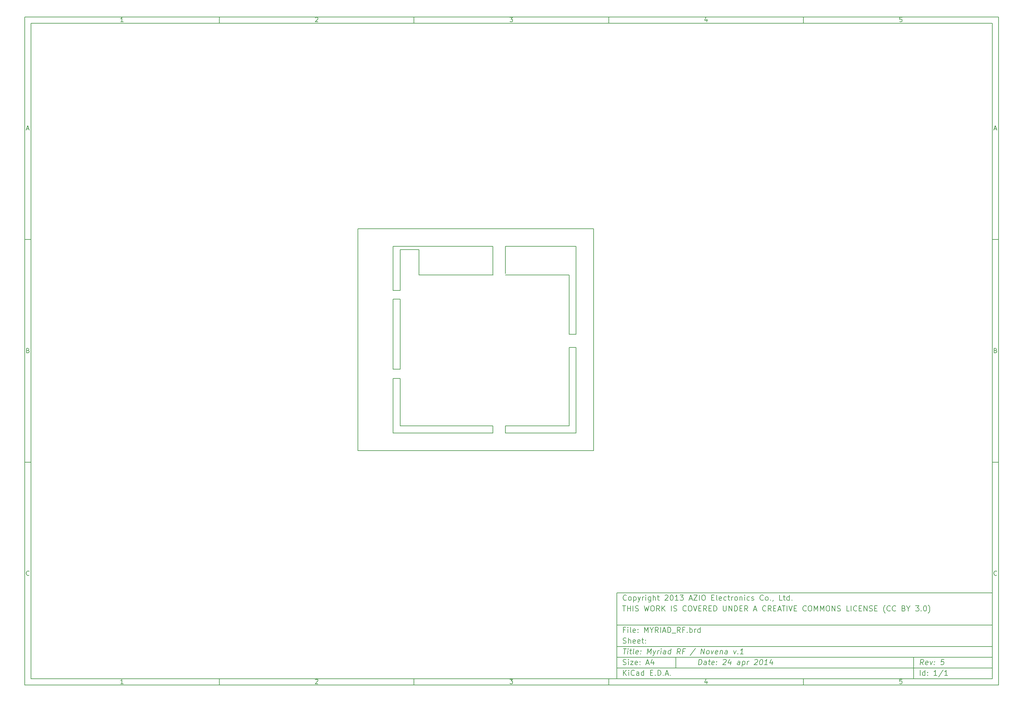
<source format=gbr>
G04 (created by PCBNEW (2013-05-31 BZR 4019)-stable) date 24/04/2014 12:04:12*
%MOIN*%
G04 Gerber Fmt 3.4, Leading zero omitted, Abs format*
%FSLAX34Y34*%
G01*
G70*
G90*
G04 APERTURE LIST*
%ADD10C,0.00590551*%
%ADD11C,0.0077*%
G04 APERTURE END LIST*
G54D10*
X4000Y-4000D02*
X112930Y-4000D01*
X112930Y-78680D01*
X4000Y-78680D01*
X4000Y-4000D01*
X4700Y-4700D02*
X112230Y-4700D01*
X112230Y-77980D01*
X4700Y-77980D01*
X4700Y-4700D01*
X25780Y-4000D02*
X25780Y-4700D01*
X15032Y-4552D02*
X14747Y-4552D01*
X14890Y-4552D02*
X14890Y-4052D01*
X14842Y-4123D01*
X14794Y-4171D01*
X14747Y-4195D01*
X25780Y-78680D02*
X25780Y-77980D01*
X15032Y-78532D02*
X14747Y-78532D01*
X14890Y-78532D02*
X14890Y-78032D01*
X14842Y-78103D01*
X14794Y-78151D01*
X14747Y-78175D01*
X47560Y-4000D02*
X47560Y-4700D01*
X36527Y-4100D02*
X36550Y-4076D01*
X36598Y-4052D01*
X36717Y-4052D01*
X36765Y-4076D01*
X36789Y-4100D01*
X36812Y-4147D01*
X36812Y-4195D01*
X36789Y-4266D01*
X36503Y-4552D01*
X36812Y-4552D01*
X47560Y-78680D02*
X47560Y-77980D01*
X36527Y-78080D02*
X36550Y-78056D01*
X36598Y-78032D01*
X36717Y-78032D01*
X36765Y-78056D01*
X36789Y-78080D01*
X36812Y-78127D01*
X36812Y-78175D01*
X36789Y-78246D01*
X36503Y-78532D01*
X36812Y-78532D01*
X69340Y-4000D02*
X69340Y-4700D01*
X58283Y-4052D02*
X58592Y-4052D01*
X58426Y-4242D01*
X58497Y-4242D01*
X58545Y-4266D01*
X58569Y-4290D01*
X58592Y-4338D01*
X58592Y-4457D01*
X58569Y-4504D01*
X58545Y-4528D01*
X58497Y-4552D01*
X58354Y-4552D01*
X58307Y-4528D01*
X58283Y-4504D01*
X69340Y-78680D02*
X69340Y-77980D01*
X58283Y-78032D02*
X58592Y-78032D01*
X58426Y-78222D01*
X58497Y-78222D01*
X58545Y-78246D01*
X58569Y-78270D01*
X58592Y-78318D01*
X58592Y-78437D01*
X58569Y-78484D01*
X58545Y-78508D01*
X58497Y-78532D01*
X58354Y-78532D01*
X58307Y-78508D01*
X58283Y-78484D01*
X91120Y-4000D02*
X91120Y-4700D01*
X80325Y-4219D02*
X80325Y-4552D01*
X80206Y-4028D02*
X80087Y-4385D01*
X80396Y-4385D01*
X91120Y-78680D02*
X91120Y-77980D01*
X80325Y-78199D02*
X80325Y-78532D01*
X80206Y-78008D02*
X80087Y-78365D01*
X80396Y-78365D01*
X102129Y-4052D02*
X101890Y-4052D01*
X101867Y-4290D01*
X101890Y-4266D01*
X101938Y-4242D01*
X102057Y-4242D01*
X102105Y-4266D01*
X102129Y-4290D01*
X102152Y-4338D01*
X102152Y-4457D01*
X102129Y-4504D01*
X102105Y-4528D01*
X102057Y-4552D01*
X101938Y-4552D01*
X101890Y-4528D01*
X101867Y-4504D01*
X102129Y-78032D02*
X101890Y-78032D01*
X101867Y-78270D01*
X101890Y-78246D01*
X101938Y-78222D01*
X102057Y-78222D01*
X102105Y-78246D01*
X102129Y-78270D01*
X102152Y-78318D01*
X102152Y-78437D01*
X102129Y-78484D01*
X102105Y-78508D01*
X102057Y-78532D01*
X101938Y-78532D01*
X101890Y-78508D01*
X101867Y-78484D01*
X4000Y-28890D02*
X4700Y-28890D01*
X4230Y-16509D02*
X4469Y-16509D01*
X4183Y-16652D02*
X4350Y-16152D01*
X4516Y-16652D01*
X112930Y-28890D02*
X112230Y-28890D01*
X112460Y-16509D02*
X112699Y-16509D01*
X112413Y-16652D02*
X112580Y-16152D01*
X112746Y-16652D01*
X4000Y-53780D02*
X4700Y-53780D01*
X4385Y-41280D02*
X4457Y-41304D01*
X4480Y-41328D01*
X4504Y-41375D01*
X4504Y-41447D01*
X4480Y-41494D01*
X4457Y-41518D01*
X4409Y-41542D01*
X4219Y-41542D01*
X4219Y-41042D01*
X4385Y-41042D01*
X4433Y-41066D01*
X4457Y-41090D01*
X4480Y-41137D01*
X4480Y-41185D01*
X4457Y-41232D01*
X4433Y-41256D01*
X4385Y-41280D01*
X4219Y-41280D01*
X112930Y-53780D02*
X112230Y-53780D01*
X112615Y-41280D02*
X112687Y-41304D01*
X112710Y-41328D01*
X112734Y-41375D01*
X112734Y-41447D01*
X112710Y-41494D01*
X112687Y-41518D01*
X112639Y-41542D01*
X112449Y-41542D01*
X112449Y-41042D01*
X112615Y-41042D01*
X112663Y-41066D01*
X112687Y-41090D01*
X112710Y-41137D01*
X112710Y-41185D01*
X112687Y-41232D01*
X112663Y-41256D01*
X112615Y-41280D01*
X112449Y-41280D01*
X4504Y-66384D02*
X4480Y-66408D01*
X4409Y-66432D01*
X4361Y-66432D01*
X4290Y-66408D01*
X4242Y-66360D01*
X4219Y-66313D01*
X4195Y-66218D01*
X4195Y-66146D01*
X4219Y-66051D01*
X4242Y-66003D01*
X4290Y-65956D01*
X4361Y-65932D01*
X4409Y-65932D01*
X4480Y-65956D01*
X4504Y-65980D01*
X112734Y-66384D02*
X112710Y-66408D01*
X112639Y-66432D01*
X112591Y-66432D01*
X112520Y-66408D01*
X112472Y-66360D01*
X112449Y-66313D01*
X112425Y-66218D01*
X112425Y-66146D01*
X112449Y-66051D01*
X112472Y-66003D01*
X112520Y-65956D01*
X112591Y-65932D01*
X112639Y-65932D01*
X112710Y-65956D01*
X112734Y-65980D01*
X79380Y-76422D02*
X79455Y-75822D01*
X79597Y-75822D01*
X79680Y-75851D01*
X79730Y-75908D01*
X79751Y-75965D01*
X79765Y-76080D01*
X79755Y-76165D01*
X79712Y-76280D01*
X79676Y-76337D01*
X79612Y-76394D01*
X79522Y-76422D01*
X79380Y-76422D01*
X80237Y-76422D02*
X80276Y-76108D01*
X80255Y-76051D01*
X80201Y-76022D01*
X80087Y-76022D01*
X80026Y-76051D01*
X80240Y-76394D02*
X80180Y-76422D01*
X80037Y-76422D01*
X79983Y-76394D01*
X79962Y-76337D01*
X79969Y-76280D01*
X80005Y-76222D01*
X80065Y-76194D01*
X80208Y-76194D01*
X80269Y-76165D01*
X80487Y-76022D02*
X80715Y-76022D01*
X80597Y-75822D02*
X80533Y-76337D01*
X80555Y-76394D01*
X80608Y-76422D01*
X80665Y-76422D01*
X81097Y-76394D02*
X81037Y-76422D01*
X80922Y-76422D01*
X80869Y-76394D01*
X80847Y-76337D01*
X80876Y-76108D01*
X80912Y-76051D01*
X80972Y-76022D01*
X81087Y-76022D01*
X81140Y-76051D01*
X81162Y-76108D01*
X81155Y-76165D01*
X80862Y-76222D01*
X81387Y-76365D02*
X81412Y-76394D01*
X81380Y-76422D01*
X81355Y-76394D01*
X81387Y-76365D01*
X81380Y-76422D01*
X81426Y-76051D02*
X81451Y-76080D01*
X81419Y-76108D01*
X81394Y-76080D01*
X81426Y-76051D01*
X81419Y-76108D01*
X82162Y-75880D02*
X82194Y-75851D01*
X82255Y-75822D01*
X82397Y-75822D01*
X82451Y-75851D01*
X82476Y-75880D01*
X82497Y-75937D01*
X82490Y-75994D01*
X82451Y-76080D01*
X82065Y-76422D01*
X82437Y-76422D01*
X83001Y-76022D02*
X82951Y-76422D01*
X82887Y-75794D02*
X82690Y-76222D01*
X83062Y-76222D01*
X83980Y-76422D02*
X84019Y-76108D01*
X83997Y-76051D01*
X83944Y-76022D01*
X83830Y-76022D01*
X83769Y-76051D01*
X83983Y-76394D02*
X83922Y-76422D01*
X83780Y-76422D01*
X83726Y-76394D01*
X83705Y-76337D01*
X83712Y-76280D01*
X83747Y-76222D01*
X83808Y-76194D01*
X83951Y-76194D01*
X84012Y-76165D01*
X84315Y-76022D02*
X84240Y-76622D01*
X84312Y-76051D02*
X84372Y-76022D01*
X84487Y-76022D01*
X84540Y-76051D01*
X84565Y-76080D01*
X84587Y-76137D01*
X84565Y-76308D01*
X84530Y-76365D01*
X84497Y-76394D01*
X84437Y-76422D01*
X84322Y-76422D01*
X84269Y-76394D01*
X84808Y-76422D02*
X84858Y-76022D01*
X84844Y-76137D02*
X84880Y-76080D01*
X84912Y-76051D01*
X84972Y-76022D01*
X85030Y-76022D01*
X85676Y-75880D02*
X85708Y-75851D01*
X85769Y-75822D01*
X85912Y-75822D01*
X85965Y-75851D01*
X85990Y-75880D01*
X86012Y-75937D01*
X86005Y-75994D01*
X85965Y-76080D01*
X85580Y-76422D01*
X85951Y-76422D01*
X86397Y-75822D02*
X86455Y-75822D01*
X86508Y-75851D01*
X86533Y-75880D01*
X86555Y-75937D01*
X86569Y-76051D01*
X86551Y-76194D01*
X86508Y-76308D01*
X86472Y-76365D01*
X86440Y-76394D01*
X86380Y-76422D01*
X86322Y-76422D01*
X86269Y-76394D01*
X86244Y-76365D01*
X86222Y-76308D01*
X86208Y-76194D01*
X86226Y-76051D01*
X86269Y-75937D01*
X86305Y-75880D01*
X86337Y-75851D01*
X86397Y-75822D01*
X87094Y-76422D02*
X86751Y-76422D01*
X86922Y-76422D02*
X86997Y-75822D01*
X86930Y-75908D01*
X86865Y-75965D01*
X86805Y-75994D01*
X87658Y-76022D02*
X87608Y-76422D01*
X87544Y-75794D02*
X87347Y-76222D01*
X87719Y-76222D01*
X70972Y-77622D02*
X70972Y-77022D01*
X71315Y-77622D02*
X71058Y-77280D01*
X71315Y-77022D02*
X70972Y-77365D01*
X71572Y-77622D02*
X71572Y-77222D01*
X71572Y-77022D02*
X71544Y-77051D01*
X71572Y-77080D01*
X71601Y-77051D01*
X71572Y-77022D01*
X71572Y-77080D01*
X72201Y-77565D02*
X72172Y-77594D01*
X72087Y-77622D01*
X72030Y-77622D01*
X71944Y-77594D01*
X71887Y-77537D01*
X71858Y-77480D01*
X71830Y-77365D01*
X71830Y-77280D01*
X71858Y-77165D01*
X71887Y-77108D01*
X71944Y-77051D01*
X72030Y-77022D01*
X72087Y-77022D01*
X72172Y-77051D01*
X72201Y-77080D01*
X72715Y-77622D02*
X72715Y-77308D01*
X72687Y-77251D01*
X72630Y-77222D01*
X72515Y-77222D01*
X72458Y-77251D01*
X72715Y-77594D02*
X72658Y-77622D01*
X72515Y-77622D01*
X72458Y-77594D01*
X72430Y-77537D01*
X72430Y-77480D01*
X72458Y-77422D01*
X72515Y-77394D01*
X72658Y-77394D01*
X72715Y-77365D01*
X73258Y-77622D02*
X73258Y-77022D01*
X73258Y-77594D02*
X73201Y-77622D01*
X73087Y-77622D01*
X73030Y-77594D01*
X73001Y-77565D01*
X72972Y-77508D01*
X72972Y-77337D01*
X73001Y-77280D01*
X73030Y-77251D01*
X73087Y-77222D01*
X73201Y-77222D01*
X73258Y-77251D01*
X74001Y-77308D02*
X74201Y-77308D01*
X74287Y-77622D02*
X74001Y-77622D01*
X74001Y-77022D01*
X74287Y-77022D01*
X74544Y-77565D02*
X74572Y-77594D01*
X74544Y-77622D01*
X74515Y-77594D01*
X74544Y-77565D01*
X74544Y-77622D01*
X74829Y-77622D02*
X74829Y-77022D01*
X74972Y-77022D01*
X75058Y-77051D01*
X75115Y-77108D01*
X75144Y-77165D01*
X75172Y-77280D01*
X75172Y-77365D01*
X75144Y-77480D01*
X75115Y-77537D01*
X75058Y-77594D01*
X74972Y-77622D01*
X74829Y-77622D01*
X75429Y-77565D02*
X75458Y-77594D01*
X75429Y-77622D01*
X75401Y-77594D01*
X75429Y-77565D01*
X75429Y-77622D01*
X75687Y-77451D02*
X75972Y-77451D01*
X75629Y-77622D02*
X75829Y-77022D01*
X76029Y-77622D01*
X76229Y-77565D02*
X76258Y-77594D01*
X76229Y-77622D01*
X76201Y-77594D01*
X76229Y-77565D01*
X76229Y-77622D01*
X104522Y-76422D02*
X104358Y-76137D01*
X104180Y-76422D02*
X104255Y-75822D01*
X104483Y-75822D01*
X104537Y-75851D01*
X104562Y-75880D01*
X104583Y-75937D01*
X104572Y-76022D01*
X104537Y-76080D01*
X104505Y-76108D01*
X104444Y-76137D01*
X104215Y-76137D01*
X105012Y-76394D02*
X104951Y-76422D01*
X104837Y-76422D01*
X104783Y-76394D01*
X104762Y-76337D01*
X104790Y-76108D01*
X104826Y-76051D01*
X104887Y-76022D01*
X105001Y-76022D01*
X105055Y-76051D01*
X105076Y-76108D01*
X105069Y-76165D01*
X104776Y-76222D01*
X105287Y-76022D02*
X105380Y-76422D01*
X105572Y-76022D01*
X105758Y-76365D02*
X105783Y-76394D01*
X105751Y-76422D01*
X105726Y-76394D01*
X105758Y-76365D01*
X105751Y-76422D01*
X105797Y-76051D02*
X105822Y-76080D01*
X105790Y-76108D01*
X105765Y-76080D01*
X105797Y-76051D01*
X105790Y-76108D01*
X106855Y-75822D02*
X106569Y-75822D01*
X106505Y-76108D01*
X106537Y-76080D01*
X106597Y-76051D01*
X106740Y-76051D01*
X106794Y-76080D01*
X106819Y-76108D01*
X106840Y-76165D01*
X106822Y-76308D01*
X106787Y-76365D01*
X106755Y-76394D01*
X106694Y-76422D01*
X106551Y-76422D01*
X106497Y-76394D01*
X106472Y-76365D01*
X70944Y-76394D02*
X71030Y-76422D01*
X71172Y-76422D01*
X71230Y-76394D01*
X71258Y-76365D01*
X71287Y-76308D01*
X71287Y-76251D01*
X71258Y-76194D01*
X71230Y-76165D01*
X71172Y-76137D01*
X71058Y-76108D01*
X71001Y-76080D01*
X70972Y-76051D01*
X70944Y-75994D01*
X70944Y-75937D01*
X70972Y-75880D01*
X71001Y-75851D01*
X71058Y-75822D01*
X71201Y-75822D01*
X71287Y-75851D01*
X71544Y-76422D02*
X71544Y-76022D01*
X71544Y-75822D02*
X71515Y-75851D01*
X71544Y-75880D01*
X71572Y-75851D01*
X71544Y-75822D01*
X71544Y-75880D01*
X71772Y-76022D02*
X72087Y-76022D01*
X71772Y-76422D01*
X72087Y-76422D01*
X72544Y-76394D02*
X72487Y-76422D01*
X72372Y-76422D01*
X72315Y-76394D01*
X72287Y-76337D01*
X72287Y-76108D01*
X72315Y-76051D01*
X72372Y-76022D01*
X72487Y-76022D01*
X72544Y-76051D01*
X72572Y-76108D01*
X72572Y-76165D01*
X72287Y-76222D01*
X72830Y-76365D02*
X72858Y-76394D01*
X72830Y-76422D01*
X72801Y-76394D01*
X72830Y-76365D01*
X72830Y-76422D01*
X72830Y-76051D02*
X72858Y-76080D01*
X72830Y-76108D01*
X72801Y-76080D01*
X72830Y-76051D01*
X72830Y-76108D01*
X73544Y-76251D02*
X73830Y-76251D01*
X73487Y-76422D02*
X73687Y-75822D01*
X73887Y-76422D01*
X74344Y-76022D02*
X74344Y-76422D01*
X74201Y-75794D02*
X74058Y-76222D01*
X74430Y-76222D01*
X104172Y-77622D02*
X104172Y-77022D01*
X104715Y-77622D02*
X104715Y-77022D01*
X104715Y-77594D02*
X104658Y-77622D01*
X104544Y-77622D01*
X104487Y-77594D01*
X104458Y-77565D01*
X104430Y-77508D01*
X104430Y-77337D01*
X104458Y-77280D01*
X104487Y-77251D01*
X104544Y-77222D01*
X104658Y-77222D01*
X104715Y-77251D01*
X105001Y-77565D02*
X105030Y-77594D01*
X105001Y-77622D01*
X104972Y-77594D01*
X105001Y-77565D01*
X105001Y-77622D01*
X105001Y-77251D02*
X105030Y-77280D01*
X105001Y-77308D01*
X104972Y-77280D01*
X105001Y-77251D01*
X105001Y-77308D01*
X106058Y-77622D02*
X105715Y-77622D01*
X105887Y-77622D02*
X105887Y-77022D01*
X105829Y-77108D01*
X105772Y-77165D01*
X105715Y-77194D01*
X106744Y-76994D02*
X106230Y-77765D01*
X107258Y-77622D02*
X106915Y-77622D01*
X107087Y-77622D02*
X107087Y-77022D01*
X107029Y-77108D01*
X106972Y-77165D01*
X106915Y-77194D01*
X70969Y-74622D02*
X71312Y-74622D01*
X71065Y-75222D02*
X71140Y-74622D01*
X71437Y-75222D02*
X71487Y-74822D01*
X71512Y-74622D02*
X71480Y-74651D01*
X71505Y-74680D01*
X71537Y-74651D01*
X71512Y-74622D01*
X71505Y-74680D01*
X71687Y-74822D02*
X71915Y-74822D01*
X71797Y-74622D02*
X71733Y-75137D01*
X71755Y-75194D01*
X71808Y-75222D01*
X71865Y-75222D01*
X72151Y-75222D02*
X72097Y-75194D01*
X72076Y-75137D01*
X72140Y-74622D01*
X72612Y-75194D02*
X72551Y-75222D01*
X72437Y-75222D01*
X72383Y-75194D01*
X72362Y-75137D01*
X72390Y-74908D01*
X72426Y-74851D01*
X72487Y-74822D01*
X72601Y-74822D01*
X72655Y-74851D01*
X72676Y-74908D01*
X72669Y-74965D01*
X72376Y-75022D01*
X72901Y-75165D02*
X72926Y-75194D01*
X72894Y-75222D01*
X72869Y-75194D01*
X72901Y-75165D01*
X72894Y-75222D01*
X72940Y-74851D02*
X72965Y-74880D01*
X72933Y-74908D01*
X72908Y-74880D01*
X72940Y-74851D01*
X72933Y-74908D01*
X73637Y-75222D02*
X73712Y-74622D01*
X73858Y-75051D01*
X74112Y-74622D01*
X74037Y-75222D01*
X74315Y-74822D02*
X74408Y-75222D01*
X74601Y-74822D02*
X74408Y-75222D01*
X74333Y-75365D01*
X74301Y-75394D01*
X74240Y-75422D01*
X74780Y-75222D02*
X74830Y-74822D01*
X74815Y-74937D02*
X74851Y-74880D01*
X74883Y-74851D01*
X74944Y-74822D01*
X75001Y-74822D01*
X75151Y-75222D02*
X75201Y-74822D01*
X75226Y-74622D02*
X75194Y-74651D01*
X75219Y-74680D01*
X75251Y-74651D01*
X75226Y-74622D01*
X75219Y-74680D01*
X75694Y-75222D02*
X75733Y-74908D01*
X75712Y-74851D01*
X75658Y-74822D01*
X75544Y-74822D01*
X75483Y-74851D01*
X75697Y-75194D02*
X75637Y-75222D01*
X75494Y-75222D01*
X75440Y-75194D01*
X75419Y-75137D01*
X75426Y-75080D01*
X75462Y-75022D01*
X75522Y-74994D01*
X75665Y-74994D01*
X75726Y-74965D01*
X76237Y-75222D02*
X76312Y-74622D01*
X76240Y-75194D02*
X76180Y-75222D01*
X76065Y-75222D01*
X76012Y-75194D01*
X75987Y-75165D01*
X75965Y-75108D01*
X75987Y-74937D01*
X76022Y-74880D01*
X76055Y-74851D01*
X76115Y-74822D01*
X76230Y-74822D01*
X76283Y-74851D01*
X77322Y-75222D02*
X77158Y-74937D01*
X76980Y-75222D02*
X77055Y-74622D01*
X77283Y-74622D01*
X77337Y-74651D01*
X77362Y-74680D01*
X77383Y-74737D01*
X77372Y-74822D01*
X77337Y-74880D01*
X77305Y-74908D01*
X77244Y-74937D01*
X77015Y-74937D01*
X77819Y-74908D02*
X77619Y-74908D01*
X77580Y-75222D02*
X77655Y-74622D01*
X77940Y-74622D01*
X79058Y-74594D02*
X78447Y-75365D01*
X79637Y-75222D02*
X79712Y-74622D01*
X79980Y-75222D01*
X80055Y-74622D01*
X80351Y-75222D02*
X80297Y-75194D01*
X80272Y-75165D01*
X80251Y-75108D01*
X80272Y-74937D01*
X80308Y-74880D01*
X80340Y-74851D01*
X80401Y-74822D01*
X80487Y-74822D01*
X80540Y-74851D01*
X80565Y-74880D01*
X80587Y-74937D01*
X80565Y-75108D01*
X80530Y-75165D01*
X80497Y-75194D01*
X80437Y-75222D01*
X80351Y-75222D01*
X80801Y-74822D02*
X80894Y-75222D01*
X81087Y-74822D01*
X81497Y-75194D02*
X81437Y-75222D01*
X81322Y-75222D01*
X81269Y-75194D01*
X81247Y-75137D01*
X81276Y-74908D01*
X81312Y-74851D01*
X81372Y-74822D01*
X81487Y-74822D01*
X81540Y-74851D01*
X81562Y-74908D01*
X81555Y-74965D01*
X81262Y-75022D01*
X81830Y-74822D02*
X81780Y-75222D01*
X81822Y-74880D02*
X81855Y-74851D01*
X81915Y-74822D01*
X82001Y-74822D01*
X82055Y-74851D01*
X82076Y-74908D01*
X82037Y-75222D01*
X82580Y-75222D02*
X82619Y-74908D01*
X82597Y-74851D01*
X82544Y-74822D01*
X82430Y-74822D01*
X82369Y-74851D01*
X82583Y-75194D02*
X82522Y-75222D01*
X82380Y-75222D01*
X82326Y-75194D01*
X82305Y-75137D01*
X82312Y-75080D01*
X82347Y-75022D01*
X82408Y-74994D01*
X82551Y-74994D01*
X82612Y-74965D01*
X83315Y-74822D02*
X83408Y-75222D01*
X83601Y-74822D01*
X83787Y-75165D02*
X83812Y-75194D01*
X83780Y-75222D01*
X83755Y-75194D01*
X83787Y-75165D01*
X83780Y-75222D01*
X84380Y-75222D02*
X84037Y-75222D01*
X84208Y-75222D02*
X84283Y-74622D01*
X84215Y-74708D01*
X84151Y-74765D01*
X84090Y-74794D01*
X71172Y-72508D02*
X70972Y-72508D01*
X70972Y-72822D02*
X70972Y-72222D01*
X71258Y-72222D01*
X71487Y-72822D02*
X71487Y-72422D01*
X71487Y-72222D02*
X71458Y-72251D01*
X71487Y-72280D01*
X71515Y-72251D01*
X71487Y-72222D01*
X71487Y-72280D01*
X71858Y-72822D02*
X71801Y-72794D01*
X71772Y-72737D01*
X71772Y-72222D01*
X72315Y-72794D02*
X72258Y-72822D01*
X72144Y-72822D01*
X72087Y-72794D01*
X72058Y-72737D01*
X72058Y-72508D01*
X72087Y-72451D01*
X72144Y-72422D01*
X72258Y-72422D01*
X72315Y-72451D01*
X72344Y-72508D01*
X72344Y-72565D01*
X72058Y-72622D01*
X72601Y-72765D02*
X72630Y-72794D01*
X72601Y-72822D01*
X72572Y-72794D01*
X72601Y-72765D01*
X72601Y-72822D01*
X72601Y-72451D02*
X72630Y-72480D01*
X72601Y-72508D01*
X72572Y-72480D01*
X72601Y-72451D01*
X72601Y-72508D01*
X73344Y-72822D02*
X73344Y-72222D01*
X73544Y-72651D01*
X73744Y-72222D01*
X73744Y-72822D01*
X74144Y-72537D02*
X74144Y-72822D01*
X73944Y-72222D02*
X74144Y-72537D01*
X74344Y-72222D01*
X74887Y-72822D02*
X74687Y-72537D01*
X74544Y-72822D02*
X74544Y-72222D01*
X74772Y-72222D01*
X74830Y-72251D01*
X74858Y-72280D01*
X74887Y-72337D01*
X74887Y-72422D01*
X74858Y-72480D01*
X74830Y-72508D01*
X74772Y-72537D01*
X74544Y-72537D01*
X75144Y-72822D02*
X75144Y-72222D01*
X75401Y-72651D02*
X75687Y-72651D01*
X75344Y-72822D02*
X75544Y-72222D01*
X75744Y-72822D01*
X75944Y-72822D02*
X75944Y-72222D01*
X76087Y-72222D01*
X76172Y-72251D01*
X76230Y-72308D01*
X76258Y-72365D01*
X76287Y-72480D01*
X76287Y-72565D01*
X76258Y-72680D01*
X76230Y-72737D01*
X76172Y-72794D01*
X76087Y-72822D01*
X75944Y-72822D01*
X76401Y-72880D02*
X76858Y-72880D01*
X77344Y-72822D02*
X77144Y-72537D01*
X77001Y-72822D02*
X77001Y-72222D01*
X77230Y-72222D01*
X77287Y-72251D01*
X77315Y-72280D01*
X77344Y-72337D01*
X77344Y-72422D01*
X77315Y-72480D01*
X77287Y-72508D01*
X77230Y-72537D01*
X77001Y-72537D01*
X77801Y-72508D02*
X77601Y-72508D01*
X77601Y-72822D02*
X77601Y-72222D01*
X77887Y-72222D01*
X78115Y-72765D02*
X78144Y-72794D01*
X78115Y-72822D01*
X78087Y-72794D01*
X78115Y-72765D01*
X78115Y-72822D01*
X78401Y-72822D02*
X78401Y-72222D01*
X78401Y-72451D02*
X78458Y-72422D01*
X78572Y-72422D01*
X78630Y-72451D01*
X78658Y-72480D01*
X78687Y-72537D01*
X78687Y-72708D01*
X78658Y-72765D01*
X78630Y-72794D01*
X78572Y-72822D01*
X78458Y-72822D01*
X78401Y-72794D01*
X78944Y-72822D02*
X78944Y-72422D01*
X78944Y-72537D02*
X78972Y-72480D01*
X79001Y-72451D01*
X79058Y-72422D01*
X79115Y-72422D01*
X79572Y-72822D02*
X79572Y-72222D01*
X79572Y-72794D02*
X79515Y-72822D01*
X79401Y-72822D01*
X79344Y-72794D01*
X79315Y-72765D01*
X79287Y-72708D01*
X79287Y-72537D01*
X79315Y-72480D01*
X79344Y-72451D01*
X79401Y-72422D01*
X79515Y-72422D01*
X79572Y-72451D01*
X70944Y-73994D02*
X71030Y-74022D01*
X71172Y-74022D01*
X71230Y-73994D01*
X71258Y-73965D01*
X71287Y-73908D01*
X71287Y-73851D01*
X71258Y-73794D01*
X71230Y-73765D01*
X71172Y-73737D01*
X71058Y-73708D01*
X71001Y-73680D01*
X70972Y-73651D01*
X70944Y-73594D01*
X70944Y-73537D01*
X70972Y-73480D01*
X71001Y-73451D01*
X71058Y-73422D01*
X71201Y-73422D01*
X71287Y-73451D01*
X71544Y-74022D02*
X71544Y-73422D01*
X71801Y-74022D02*
X71801Y-73708D01*
X71772Y-73651D01*
X71715Y-73622D01*
X71630Y-73622D01*
X71572Y-73651D01*
X71544Y-73680D01*
X72315Y-73994D02*
X72258Y-74022D01*
X72144Y-74022D01*
X72087Y-73994D01*
X72058Y-73937D01*
X72058Y-73708D01*
X72087Y-73651D01*
X72144Y-73622D01*
X72258Y-73622D01*
X72315Y-73651D01*
X72344Y-73708D01*
X72344Y-73765D01*
X72058Y-73822D01*
X72830Y-73994D02*
X72772Y-74022D01*
X72658Y-74022D01*
X72601Y-73994D01*
X72572Y-73937D01*
X72572Y-73708D01*
X72601Y-73651D01*
X72658Y-73622D01*
X72772Y-73622D01*
X72830Y-73651D01*
X72858Y-73708D01*
X72858Y-73765D01*
X72572Y-73822D01*
X73030Y-73622D02*
X73258Y-73622D01*
X73115Y-73422D02*
X73115Y-73937D01*
X73144Y-73994D01*
X73201Y-74022D01*
X73258Y-74022D01*
X73458Y-73965D02*
X73487Y-73994D01*
X73458Y-74022D01*
X73430Y-73994D01*
X73458Y-73965D01*
X73458Y-74022D01*
X73458Y-73651D02*
X73487Y-73680D01*
X73458Y-73708D01*
X73430Y-73680D01*
X73458Y-73651D01*
X73458Y-73708D01*
X70887Y-69822D02*
X71230Y-69822D01*
X71058Y-70422D02*
X71058Y-69822D01*
X71430Y-70422D02*
X71430Y-69822D01*
X71430Y-70108D02*
X71772Y-70108D01*
X71772Y-70422D02*
X71772Y-69822D01*
X72058Y-70422D02*
X72058Y-69822D01*
X72315Y-70394D02*
X72401Y-70422D01*
X72544Y-70422D01*
X72601Y-70394D01*
X72629Y-70365D01*
X72658Y-70308D01*
X72658Y-70251D01*
X72629Y-70194D01*
X72601Y-70165D01*
X72544Y-70137D01*
X72429Y-70108D01*
X72372Y-70080D01*
X72344Y-70051D01*
X72315Y-69994D01*
X72315Y-69937D01*
X72344Y-69880D01*
X72372Y-69851D01*
X72429Y-69822D01*
X72572Y-69822D01*
X72658Y-69851D01*
X73315Y-69822D02*
X73458Y-70422D01*
X73572Y-69994D01*
X73687Y-70422D01*
X73830Y-69822D01*
X74172Y-69822D02*
X74287Y-69822D01*
X74344Y-69851D01*
X74401Y-69908D01*
X74430Y-70022D01*
X74430Y-70222D01*
X74401Y-70337D01*
X74344Y-70394D01*
X74287Y-70422D01*
X74172Y-70422D01*
X74115Y-70394D01*
X74058Y-70337D01*
X74030Y-70222D01*
X74030Y-70022D01*
X74058Y-69908D01*
X74115Y-69851D01*
X74172Y-69822D01*
X75029Y-70422D02*
X74829Y-70137D01*
X74687Y-70422D02*
X74687Y-69822D01*
X74915Y-69822D01*
X74972Y-69851D01*
X75001Y-69880D01*
X75029Y-69937D01*
X75029Y-70022D01*
X75001Y-70080D01*
X74972Y-70108D01*
X74915Y-70137D01*
X74687Y-70137D01*
X75287Y-70422D02*
X75287Y-69822D01*
X75629Y-70422D02*
X75372Y-70080D01*
X75629Y-69822D02*
X75287Y-70165D01*
X76344Y-70422D02*
X76344Y-69822D01*
X76601Y-70394D02*
X76687Y-70422D01*
X76829Y-70422D01*
X76887Y-70394D01*
X76915Y-70365D01*
X76944Y-70308D01*
X76944Y-70251D01*
X76915Y-70194D01*
X76887Y-70165D01*
X76829Y-70137D01*
X76715Y-70108D01*
X76658Y-70080D01*
X76629Y-70051D01*
X76601Y-69994D01*
X76601Y-69937D01*
X76629Y-69880D01*
X76658Y-69851D01*
X76715Y-69822D01*
X76858Y-69822D01*
X76944Y-69851D01*
X78001Y-70365D02*
X77972Y-70394D01*
X77887Y-70422D01*
X77830Y-70422D01*
X77744Y-70394D01*
X77687Y-70337D01*
X77658Y-70280D01*
X77630Y-70165D01*
X77630Y-70080D01*
X77658Y-69965D01*
X77687Y-69908D01*
X77744Y-69851D01*
X77830Y-69822D01*
X77887Y-69822D01*
X77972Y-69851D01*
X78001Y-69880D01*
X78372Y-69822D02*
X78487Y-69822D01*
X78544Y-69851D01*
X78601Y-69908D01*
X78630Y-70022D01*
X78630Y-70222D01*
X78601Y-70337D01*
X78544Y-70394D01*
X78487Y-70422D01*
X78372Y-70422D01*
X78315Y-70394D01*
X78258Y-70337D01*
X78230Y-70222D01*
X78230Y-70022D01*
X78258Y-69908D01*
X78315Y-69851D01*
X78372Y-69822D01*
X78801Y-69822D02*
X79001Y-70422D01*
X79201Y-69822D01*
X79401Y-70108D02*
X79601Y-70108D01*
X79687Y-70422D02*
X79401Y-70422D01*
X79401Y-69822D01*
X79687Y-69822D01*
X80287Y-70422D02*
X80087Y-70137D01*
X79944Y-70422D02*
X79944Y-69822D01*
X80172Y-69822D01*
X80229Y-69851D01*
X80258Y-69880D01*
X80287Y-69937D01*
X80287Y-70022D01*
X80258Y-70080D01*
X80229Y-70108D01*
X80172Y-70137D01*
X79944Y-70137D01*
X80544Y-70108D02*
X80744Y-70108D01*
X80829Y-70422D02*
X80544Y-70422D01*
X80544Y-69822D01*
X80829Y-69822D01*
X81087Y-70422D02*
X81087Y-69822D01*
X81229Y-69822D01*
X81315Y-69851D01*
X81372Y-69908D01*
X81401Y-69965D01*
X81429Y-70080D01*
X81429Y-70165D01*
X81401Y-70280D01*
X81372Y-70337D01*
X81315Y-70394D01*
X81229Y-70422D01*
X81087Y-70422D01*
X82144Y-69822D02*
X82144Y-70308D01*
X82172Y-70365D01*
X82201Y-70394D01*
X82258Y-70422D01*
X82372Y-70422D01*
X82429Y-70394D01*
X82458Y-70365D01*
X82487Y-70308D01*
X82487Y-69822D01*
X82772Y-70422D02*
X82772Y-69822D01*
X83115Y-70422D01*
X83115Y-69822D01*
X83401Y-70422D02*
X83401Y-69822D01*
X83544Y-69822D01*
X83629Y-69851D01*
X83687Y-69908D01*
X83715Y-69965D01*
X83744Y-70080D01*
X83744Y-70165D01*
X83715Y-70280D01*
X83687Y-70337D01*
X83629Y-70394D01*
X83544Y-70422D01*
X83401Y-70422D01*
X84001Y-70108D02*
X84201Y-70108D01*
X84287Y-70422D02*
X84001Y-70422D01*
X84001Y-69822D01*
X84287Y-69822D01*
X84887Y-70422D02*
X84687Y-70137D01*
X84544Y-70422D02*
X84544Y-69822D01*
X84772Y-69822D01*
X84829Y-69851D01*
X84858Y-69880D01*
X84887Y-69937D01*
X84887Y-70022D01*
X84858Y-70080D01*
X84829Y-70108D01*
X84772Y-70137D01*
X84544Y-70137D01*
X85572Y-70251D02*
X85858Y-70251D01*
X85515Y-70422D02*
X85715Y-69822D01*
X85915Y-70422D01*
X86915Y-70365D02*
X86887Y-70394D01*
X86801Y-70422D01*
X86744Y-70422D01*
X86658Y-70394D01*
X86601Y-70337D01*
X86572Y-70280D01*
X86544Y-70165D01*
X86544Y-70080D01*
X86572Y-69965D01*
X86601Y-69908D01*
X86658Y-69851D01*
X86744Y-69822D01*
X86801Y-69822D01*
X86887Y-69851D01*
X86915Y-69880D01*
X87515Y-70422D02*
X87315Y-70137D01*
X87172Y-70422D02*
X87172Y-69822D01*
X87401Y-69822D01*
X87458Y-69851D01*
X87487Y-69880D01*
X87515Y-69937D01*
X87515Y-70022D01*
X87487Y-70080D01*
X87458Y-70108D01*
X87401Y-70137D01*
X87172Y-70137D01*
X87772Y-70108D02*
X87972Y-70108D01*
X88058Y-70422D02*
X87772Y-70422D01*
X87772Y-69822D01*
X88058Y-69822D01*
X88287Y-70251D02*
X88572Y-70251D01*
X88229Y-70422D02*
X88429Y-69822D01*
X88629Y-70422D01*
X88744Y-69822D02*
X89087Y-69822D01*
X88915Y-70422D02*
X88915Y-69822D01*
X89287Y-70422D02*
X89287Y-69822D01*
X89487Y-69822D02*
X89687Y-70422D01*
X89887Y-69822D01*
X90087Y-70108D02*
X90287Y-70108D01*
X90372Y-70422D02*
X90087Y-70422D01*
X90087Y-69822D01*
X90372Y-69822D01*
X91429Y-70365D02*
X91401Y-70394D01*
X91315Y-70422D01*
X91258Y-70422D01*
X91172Y-70394D01*
X91115Y-70337D01*
X91087Y-70280D01*
X91058Y-70165D01*
X91058Y-70080D01*
X91087Y-69965D01*
X91115Y-69908D01*
X91172Y-69851D01*
X91258Y-69822D01*
X91315Y-69822D01*
X91401Y-69851D01*
X91429Y-69880D01*
X91801Y-69822D02*
X91915Y-69822D01*
X91972Y-69851D01*
X92029Y-69908D01*
X92058Y-70022D01*
X92058Y-70222D01*
X92029Y-70337D01*
X91972Y-70394D01*
X91915Y-70422D01*
X91801Y-70422D01*
X91744Y-70394D01*
X91687Y-70337D01*
X91658Y-70222D01*
X91658Y-70022D01*
X91687Y-69908D01*
X91744Y-69851D01*
X91801Y-69822D01*
X92315Y-70422D02*
X92315Y-69822D01*
X92515Y-70251D01*
X92715Y-69822D01*
X92715Y-70422D01*
X93001Y-70422D02*
X93001Y-69822D01*
X93201Y-70251D01*
X93401Y-69822D01*
X93401Y-70422D01*
X93801Y-69822D02*
X93915Y-69822D01*
X93972Y-69851D01*
X94029Y-69908D01*
X94058Y-70022D01*
X94058Y-70222D01*
X94029Y-70337D01*
X93972Y-70394D01*
X93915Y-70422D01*
X93801Y-70422D01*
X93744Y-70394D01*
X93687Y-70337D01*
X93658Y-70222D01*
X93658Y-70022D01*
X93687Y-69908D01*
X93744Y-69851D01*
X93801Y-69822D01*
X94315Y-70422D02*
X94315Y-69822D01*
X94658Y-70422D01*
X94658Y-69822D01*
X94915Y-70394D02*
X95001Y-70422D01*
X95144Y-70422D01*
X95201Y-70394D01*
X95229Y-70365D01*
X95258Y-70308D01*
X95258Y-70251D01*
X95229Y-70194D01*
X95201Y-70165D01*
X95144Y-70137D01*
X95029Y-70108D01*
X94972Y-70080D01*
X94944Y-70051D01*
X94915Y-69994D01*
X94915Y-69937D01*
X94944Y-69880D01*
X94972Y-69851D01*
X95029Y-69822D01*
X95172Y-69822D01*
X95258Y-69851D01*
X96258Y-70422D02*
X95972Y-70422D01*
X95972Y-69822D01*
X96458Y-70422D02*
X96458Y-69822D01*
X97087Y-70365D02*
X97058Y-70394D01*
X96972Y-70422D01*
X96915Y-70422D01*
X96829Y-70394D01*
X96772Y-70337D01*
X96744Y-70280D01*
X96715Y-70165D01*
X96715Y-70080D01*
X96744Y-69965D01*
X96772Y-69908D01*
X96829Y-69851D01*
X96915Y-69822D01*
X96972Y-69822D01*
X97058Y-69851D01*
X97087Y-69880D01*
X97344Y-70108D02*
X97544Y-70108D01*
X97629Y-70422D02*
X97344Y-70422D01*
X97344Y-69822D01*
X97629Y-69822D01*
X97887Y-70422D02*
X97887Y-69822D01*
X98229Y-70422D01*
X98229Y-69822D01*
X98487Y-70394D02*
X98572Y-70422D01*
X98715Y-70422D01*
X98772Y-70394D01*
X98801Y-70365D01*
X98829Y-70308D01*
X98829Y-70251D01*
X98801Y-70194D01*
X98772Y-70165D01*
X98715Y-70137D01*
X98601Y-70108D01*
X98544Y-70080D01*
X98515Y-70051D01*
X98487Y-69994D01*
X98487Y-69937D01*
X98515Y-69880D01*
X98544Y-69851D01*
X98601Y-69822D01*
X98744Y-69822D01*
X98829Y-69851D01*
X99087Y-70108D02*
X99287Y-70108D01*
X99372Y-70422D02*
X99087Y-70422D01*
X99087Y-69822D01*
X99372Y-69822D01*
X100258Y-70651D02*
X100229Y-70622D01*
X100172Y-70537D01*
X100144Y-70480D01*
X100115Y-70394D01*
X100087Y-70251D01*
X100087Y-70137D01*
X100115Y-69994D01*
X100144Y-69908D01*
X100172Y-69851D01*
X100229Y-69765D01*
X100258Y-69737D01*
X100829Y-70365D02*
X100801Y-70394D01*
X100715Y-70422D01*
X100658Y-70422D01*
X100572Y-70394D01*
X100515Y-70337D01*
X100487Y-70280D01*
X100458Y-70165D01*
X100458Y-70080D01*
X100487Y-69965D01*
X100515Y-69908D01*
X100572Y-69851D01*
X100658Y-69822D01*
X100715Y-69822D01*
X100801Y-69851D01*
X100829Y-69880D01*
X101429Y-70365D02*
X101401Y-70394D01*
X101315Y-70422D01*
X101258Y-70422D01*
X101172Y-70394D01*
X101115Y-70337D01*
X101087Y-70280D01*
X101058Y-70165D01*
X101058Y-70080D01*
X101087Y-69965D01*
X101115Y-69908D01*
X101172Y-69851D01*
X101258Y-69822D01*
X101315Y-69822D01*
X101401Y-69851D01*
X101429Y-69880D01*
X102344Y-70108D02*
X102429Y-70137D01*
X102458Y-70165D01*
X102487Y-70222D01*
X102487Y-70308D01*
X102458Y-70365D01*
X102429Y-70394D01*
X102372Y-70422D01*
X102144Y-70422D01*
X102144Y-69822D01*
X102344Y-69822D01*
X102401Y-69851D01*
X102429Y-69880D01*
X102458Y-69937D01*
X102458Y-69994D01*
X102429Y-70051D01*
X102401Y-70080D01*
X102344Y-70108D01*
X102144Y-70108D01*
X102858Y-70137D02*
X102858Y-70422D01*
X102658Y-69822D02*
X102858Y-70137D01*
X103058Y-69822D01*
X103658Y-69822D02*
X104029Y-69822D01*
X103829Y-70051D01*
X103915Y-70051D01*
X103972Y-70080D01*
X104001Y-70108D01*
X104029Y-70165D01*
X104029Y-70308D01*
X104001Y-70365D01*
X103972Y-70394D01*
X103915Y-70422D01*
X103744Y-70422D01*
X103687Y-70394D01*
X103658Y-70365D01*
X104287Y-70365D02*
X104315Y-70394D01*
X104287Y-70422D01*
X104258Y-70394D01*
X104287Y-70365D01*
X104287Y-70422D01*
X104687Y-69822D02*
X104744Y-69822D01*
X104801Y-69851D01*
X104829Y-69880D01*
X104858Y-69937D01*
X104887Y-70051D01*
X104887Y-70194D01*
X104858Y-70308D01*
X104829Y-70365D01*
X104801Y-70394D01*
X104744Y-70422D01*
X104687Y-70422D01*
X104629Y-70394D01*
X104601Y-70365D01*
X104572Y-70308D01*
X104544Y-70194D01*
X104544Y-70051D01*
X104572Y-69937D01*
X104601Y-69880D01*
X104629Y-69851D01*
X104687Y-69822D01*
X105087Y-70651D02*
X105115Y-70622D01*
X105172Y-70537D01*
X105201Y-70480D01*
X105229Y-70394D01*
X105258Y-70251D01*
X105258Y-70137D01*
X105229Y-69994D01*
X105201Y-69908D01*
X105172Y-69851D01*
X105115Y-69765D01*
X105087Y-69737D01*
X71315Y-69165D02*
X71287Y-69194D01*
X71201Y-69222D01*
X71144Y-69222D01*
X71058Y-69194D01*
X71001Y-69137D01*
X70972Y-69080D01*
X70944Y-68965D01*
X70944Y-68880D01*
X70972Y-68765D01*
X71001Y-68708D01*
X71058Y-68651D01*
X71144Y-68622D01*
X71201Y-68622D01*
X71287Y-68651D01*
X71315Y-68680D01*
X71658Y-69222D02*
X71601Y-69194D01*
X71572Y-69165D01*
X71544Y-69108D01*
X71544Y-68937D01*
X71572Y-68880D01*
X71601Y-68851D01*
X71658Y-68822D01*
X71744Y-68822D01*
X71801Y-68851D01*
X71830Y-68880D01*
X71858Y-68937D01*
X71858Y-69108D01*
X71830Y-69165D01*
X71801Y-69194D01*
X71744Y-69222D01*
X71658Y-69222D01*
X72115Y-68822D02*
X72115Y-69422D01*
X72115Y-68851D02*
X72172Y-68822D01*
X72287Y-68822D01*
X72344Y-68851D01*
X72372Y-68880D01*
X72401Y-68937D01*
X72401Y-69108D01*
X72372Y-69165D01*
X72344Y-69194D01*
X72287Y-69222D01*
X72172Y-69222D01*
X72115Y-69194D01*
X72601Y-68822D02*
X72744Y-69222D01*
X72887Y-68822D02*
X72744Y-69222D01*
X72687Y-69365D01*
X72658Y-69394D01*
X72601Y-69422D01*
X73115Y-69222D02*
X73115Y-68822D01*
X73115Y-68937D02*
X73144Y-68880D01*
X73172Y-68851D01*
X73230Y-68822D01*
X73287Y-68822D01*
X73487Y-69222D02*
X73487Y-68822D01*
X73487Y-68622D02*
X73458Y-68651D01*
X73487Y-68680D01*
X73515Y-68651D01*
X73487Y-68622D01*
X73487Y-68680D01*
X74030Y-68822D02*
X74030Y-69308D01*
X74001Y-69365D01*
X73972Y-69394D01*
X73915Y-69422D01*
X73830Y-69422D01*
X73772Y-69394D01*
X74030Y-69194D02*
X73972Y-69222D01*
X73858Y-69222D01*
X73801Y-69194D01*
X73772Y-69165D01*
X73744Y-69108D01*
X73744Y-68937D01*
X73772Y-68880D01*
X73801Y-68851D01*
X73858Y-68822D01*
X73972Y-68822D01*
X74030Y-68851D01*
X74315Y-69222D02*
X74315Y-68622D01*
X74572Y-69222D02*
X74572Y-68908D01*
X74544Y-68851D01*
X74487Y-68822D01*
X74401Y-68822D01*
X74344Y-68851D01*
X74315Y-68880D01*
X74772Y-68822D02*
X75001Y-68822D01*
X74858Y-68622D02*
X74858Y-69137D01*
X74887Y-69194D01*
X74944Y-69222D01*
X75001Y-69222D01*
X75630Y-68680D02*
X75658Y-68651D01*
X75715Y-68622D01*
X75858Y-68622D01*
X75915Y-68651D01*
X75944Y-68680D01*
X75972Y-68737D01*
X75972Y-68794D01*
X75944Y-68880D01*
X75601Y-69222D01*
X75972Y-69222D01*
X76344Y-68622D02*
X76401Y-68622D01*
X76458Y-68651D01*
X76487Y-68680D01*
X76515Y-68737D01*
X76544Y-68851D01*
X76544Y-68994D01*
X76515Y-69108D01*
X76487Y-69165D01*
X76458Y-69194D01*
X76401Y-69222D01*
X76344Y-69222D01*
X76287Y-69194D01*
X76258Y-69165D01*
X76230Y-69108D01*
X76201Y-68994D01*
X76201Y-68851D01*
X76230Y-68737D01*
X76258Y-68680D01*
X76287Y-68651D01*
X76344Y-68622D01*
X77115Y-69222D02*
X76772Y-69222D01*
X76944Y-69222D02*
X76944Y-68622D01*
X76887Y-68708D01*
X76830Y-68765D01*
X76772Y-68794D01*
X77315Y-68622D02*
X77687Y-68622D01*
X77487Y-68851D01*
X77572Y-68851D01*
X77630Y-68880D01*
X77658Y-68908D01*
X77687Y-68965D01*
X77687Y-69108D01*
X77658Y-69165D01*
X77630Y-69194D01*
X77572Y-69222D01*
X77401Y-69222D01*
X77344Y-69194D01*
X77315Y-69165D01*
X78372Y-69051D02*
X78658Y-69051D01*
X78315Y-69222D02*
X78515Y-68622D01*
X78715Y-69222D01*
X78858Y-68622D02*
X79258Y-68622D01*
X78858Y-69222D01*
X79258Y-69222D01*
X79487Y-69222D02*
X79487Y-68622D01*
X79887Y-68622D02*
X80001Y-68622D01*
X80058Y-68651D01*
X80115Y-68708D01*
X80144Y-68822D01*
X80144Y-69022D01*
X80115Y-69137D01*
X80058Y-69194D01*
X80001Y-69222D01*
X79887Y-69222D01*
X79830Y-69194D01*
X79772Y-69137D01*
X79744Y-69022D01*
X79744Y-68822D01*
X79772Y-68708D01*
X79830Y-68651D01*
X79887Y-68622D01*
X80858Y-68908D02*
X81058Y-68908D01*
X81144Y-69222D02*
X80858Y-69222D01*
X80858Y-68622D01*
X81144Y-68622D01*
X81487Y-69222D02*
X81430Y-69194D01*
X81401Y-69137D01*
X81401Y-68622D01*
X81944Y-69194D02*
X81887Y-69222D01*
X81772Y-69222D01*
X81715Y-69194D01*
X81687Y-69137D01*
X81687Y-68908D01*
X81715Y-68851D01*
X81772Y-68822D01*
X81887Y-68822D01*
X81944Y-68851D01*
X81972Y-68908D01*
X81972Y-68965D01*
X81687Y-69022D01*
X82487Y-69194D02*
X82430Y-69222D01*
X82315Y-69222D01*
X82258Y-69194D01*
X82230Y-69165D01*
X82201Y-69108D01*
X82201Y-68937D01*
X82230Y-68880D01*
X82258Y-68851D01*
X82315Y-68822D01*
X82430Y-68822D01*
X82487Y-68851D01*
X82658Y-68822D02*
X82887Y-68822D01*
X82744Y-68622D02*
X82744Y-69137D01*
X82772Y-69194D01*
X82830Y-69222D01*
X82887Y-69222D01*
X83087Y-69222D02*
X83087Y-68822D01*
X83087Y-68937D02*
X83115Y-68880D01*
X83144Y-68851D01*
X83201Y-68822D01*
X83258Y-68822D01*
X83544Y-69222D02*
X83487Y-69194D01*
X83458Y-69165D01*
X83430Y-69108D01*
X83430Y-68937D01*
X83458Y-68880D01*
X83487Y-68851D01*
X83544Y-68822D01*
X83630Y-68822D01*
X83687Y-68851D01*
X83715Y-68880D01*
X83744Y-68937D01*
X83744Y-69108D01*
X83715Y-69165D01*
X83687Y-69194D01*
X83630Y-69222D01*
X83544Y-69222D01*
X84001Y-68822D02*
X84001Y-69222D01*
X84001Y-68880D02*
X84030Y-68851D01*
X84087Y-68822D01*
X84172Y-68822D01*
X84230Y-68851D01*
X84258Y-68908D01*
X84258Y-69222D01*
X84544Y-69222D02*
X84544Y-68822D01*
X84544Y-68622D02*
X84515Y-68651D01*
X84544Y-68680D01*
X84572Y-68651D01*
X84544Y-68622D01*
X84544Y-68680D01*
X85087Y-69194D02*
X85030Y-69222D01*
X84915Y-69222D01*
X84858Y-69194D01*
X84830Y-69165D01*
X84801Y-69108D01*
X84801Y-68937D01*
X84830Y-68880D01*
X84858Y-68851D01*
X84915Y-68822D01*
X85030Y-68822D01*
X85087Y-68851D01*
X85315Y-69194D02*
X85372Y-69222D01*
X85487Y-69222D01*
X85544Y-69194D01*
X85572Y-69137D01*
X85572Y-69108D01*
X85544Y-69051D01*
X85487Y-69022D01*
X85401Y-69022D01*
X85344Y-68994D01*
X85315Y-68937D01*
X85315Y-68908D01*
X85344Y-68851D01*
X85401Y-68822D01*
X85487Y-68822D01*
X85544Y-68851D01*
X86630Y-69165D02*
X86601Y-69194D01*
X86515Y-69222D01*
X86458Y-69222D01*
X86372Y-69194D01*
X86315Y-69137D01*
X86287Y-69080D01*
X86258Y-68965D01*
X86258Y-68880D01*
X86287Y-68765D01*
X86315Y-68708D01*
X86372Y-68651D01*
X86458Y-68622D01*
X86515Y-68622D01*
X86601Y-68651D01*
X86630Y-68680D01*
X86972Y-69222D02*
X86915Y-69194D01*
X86887Y-69165D01*
X86858Y-69108D01*
X86858Y-68937D01*
X86887Y-68880D01*
X86915Y-68851D01*
X86972Y-68822D01*
X87058Y-68822D01*
X87115Y-68851D01*
X87144Y-68880D01*
X87172Y-68937D01*
X87172Y-69108D01*
X87144Y-69165D01*
X87115Y-69194D01*
X87058Y-69222D01*
X86972Y-69222D01*
X87430Y-69165D02*
X87458Y-69194D01*
X87430Y-69222D01*
X87401Y-69194D01*
X87430Y-69165D01*
X87430Y-69222D01*
X87744Y-69194D02*
X87744Y-69222D01*
X87715Y-69280D01*
X87687Y-69308D01*
X88744Y-69222D02*
X88458Y-69222D01*
X88458Y-68622D01*
X88858Y-68822D02*
X89087Y-68822D01*
X88944Y-68622D02*
X88944Y-69137D01*
X88972Y-69194D01*
X89030Y-69222D01*
X89087Y-69222D01*
X89544Y-69222D02*
X89544Y-68622D01*
X89544Y-69194D02*
X89487Y-69222D01*
X89372Y-69222D01*
X89315Y-69194D01*
X89287Y-69165D01*
X89258Y-69108D01*
X89258Y-68937D01*
X89287Y-68880D01*
X89315Y-68851D01*
X89372Y-68822D01*
X89487Y-68822D01*
X89544Y-68851D01*
X89830Y-69165D02*
X89858Y-69194D01*
X89830Y-69222D01*
X89801Y-69194D01*
X89830Y-69165D01*
X89830Y-69222D01*
X70230Y-68380D02*
X70230Y-77980D01*
X70230Y-71980D02*
X112230Y-71980D01*
X70230Y-68380D02*
X112230Y-68380D01*
X70230Y-74380D02*
X112230Y-74380D01*
X103430Y-75580D02*
X103430Y-77980D01*
X70230Y-76780D02*
X112230Y-76780D01*
X70230Y-75580D02*
X112230Y-75580D01*
X76830Y-75580D02*
X76830Y-76780D01*
G54D11*
X46007Y-30019D02*
X48110Y-30019D01*
X48110Y-30019D02*
X48110Y-32834D01*
X48110Y-32834D02*
X56425Y-32834D01*
X46007Y-30019D02*
X46007Y-34570D01*
X41283Y-52483D02*
X41283Y-27680D01*
X67661Y-52483D02*
X41283Y-52483D01*
X67661Y-27680D02*
X67661Y-52483D01*
X41283Y-27680D02*
X67661Y-27680D01*
X64905Y-32834D02*
X64905Y-39492D01*
X57764Y-32834D02*
X64905Y-32834D01*
X57764Y-32677D02*
X57764Y-29648D01*
X65692Y-29650D02*
X57764Y-29650D01*
X65692Y-39492D02*
X65692Y-29650D01*
X64905Y-39492D02*
X65692Y-39492D01*
X57764Y-50515D02*
X57764Y-49728D01*
X65692Y-50515D02*
X57764Y-50515D01*
X65692Y-40948D02*
X65692Y-50515D01*
X64905Y-40948D02*
X65692Y-40948D01*
X64905Y-49728D02*
X64905Y-40948D01*
X57764Y-49728D02*
X64905Y-49728D01*
X45220Y-50515D02*
X45220Y-44413D01*
X56386Y-50515D02*
X45220Y-50515D01*
X56386Y-49728D02*
X56386Y-50515D01*
X46007Y-49728D02*
X56386Y-49728D01*
X46007Y-44413D02*
X46007Y-49728D01*
X46007Y-44413D02*
X45220Y-44413D01*
X45220Y-43390D02*
X45220Y-35555D01*
X46007Y-43390D02*
X45220Y-43390D01*
X46007Y-35555D02*
X46007Y-43390D01*
X46007Y-35555D02*
X45220Y-35555D01*
X46007Y-34570D02*
X45220Y-34570D01*
X45220Y-29648D02*
X45220Y-34570D01*
X45220Y-29648D02*
X56384Y-29648D01*
X56384Y-32834D02*
X56384Y-29648D01*
M02*

</source>
